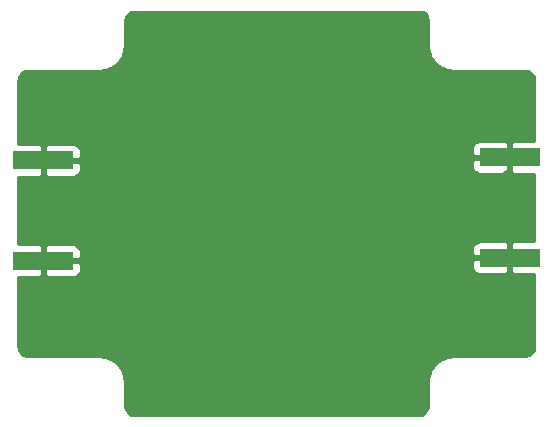
<source format=gbl>
G04 #@! TF.GenerationSoftware,KiCad,Pcbnew,(5.1.4)-1*
G04 #@! TF.CreationDate,2019-12-12T20:41:28+01:00*
G04 #@! TF.ProjectId,30mhzLP,33306d68-7a4c-4502-9e6b-696361645f70,rev?*
G04 #@! TF.SameCoordinates,Original*
G04 #@! TF.FileFunction,Copper,L2,Bot*
G04 #@! TF.FilePolarity,Positive*
%FSLAX46Y46*%
G04 Gerber Fmt 4.6, Leading zero omitted, Abs format (unit mm)*
G04 Created by KiCad (PCBNEW (5.1.4)-1) date 2019-12-12 20:41:28*
%MOMM*%
%LPD*%
G04 APERTURE LIST*
%ADD10R,5.080000X1.500000*%
%ADD11C,0.800000*%
%ADD12C,0.254000*%
G04 APERTURE END LIST*
D10*
X158250000Y-108000000D03*
X158250000Y-116500000D03*
X118750000Y-116750000D03*
X118750000Y-108250000D03*
D11*
X147000000Y-129000000D03*
X143000000Y-129000000D03*
X139000000Y-129000000D03*
X135000000Y-129000000D03*
X131000000Y-129000000D03*
X127000000Y-129000000D03*
X126000000Y-126000000D03*
X124000000Y-124000000D03*
X120000000Y-124000000D03*
X117000000Y-123000000D03*
X117000000Y-119000000D03*
X120000000Y-119000000D03*
X123000000Y-117000000D03*
X123000000Y-114000000D03*
X126000000Y-114000000D03*
X126000000Y-111000000D03*
X123000000Y-111000000D03*
X123000000Y-108000000D03*
X120000000Y-106000000D03*
X117000000Y-106000000D03*
X117000000Y-102000000D03*
X120000000Y-101000000D03*
X125000000Y-100500000D03*
X126000000Y-99000000D03*
X127000000Y-96000000D03*
X131000000Y-96000000D03*
X135000000Y-96000000D03*
X139000000Y-96000000D03*
X143000000Y-96000000D03*
X147000000Y-96000000D03*
X151000000Y-96000000D03*
X153750000Y-111000000D03*
X145000000Y-115500000D03*
X137250000Y-115500000D03*
X117000000Y-115000000D03*
X120000000Y-115000000D03*
X120000000Y-110000000D03*
X117000000Y-110000000D03*
X150250000Y-128500000D03*
X150500000Y-125500000D03*
X154000000Y-124000000D03*
X157500000Y-124000000D03*
X159750000Y-122500000D03*
X159750000Y-119000000D03*
X157250000Y-119000000D03*
X158000000Y-114750000D03*
X158000000Y-109500000D03*
X154000000Y-116500000D03*
X154250000Y-108000000D03*
X158000000Y-105750000D03*
D12*
G36*
X150662540Y-95679102D02*
G01*
X150818894Y-95726308D01*
X150963096Y-95802982D01*
X151089663Y-95906207D01*
X151193769Y-96032051D01*
X151271447Y-96175711D01*
X151319742Y-96331729D01*
X151340000Y-96524473D01*
X151340001Y-98532419D01*
X151342818Y-98561018D01*
X151342753Y-98570288D01*
X151343652Y-98579460D01*
X151374252Y-98870605D01*
X151386283Y-98929217D01*
X151397489Y-98987963D01*
X151400153Y-98996784D01*
X151486721Y-99276440D01*
X151509899Y-99331578D01*
X151532311Y-99387050D01*
X151536638Y-99395186D01*
X151675877Y-99652702D01*
X151709304Y-99702259D01*
X151742080Y-99752347D01*
X151747905Y-99759488D01*
X151934510Y-99985056D01*
X151976965Y-100027215D01*
X152018809Y-100069945D01*
X152025909Y-100075819D01*
X152252773Y-100260845D01*
X152302566Y-100293927D01*
X152351955Y-100327745D01*
X152360061Y-100332127D01*
X152618542Y-100469564D01*
X152673836Y-100492355D01*
X152728829Y-100515925D01*
X152737632Y-100518650D01*
X153017887Y-100603264D01*
X153076564Y-100614882D01*
X153135079Y-100627320D01*
X153144242Y-100628283D01*
X153144244Y-100628283D01*
X153435596Y-100656850D01*
X153435598Y-100656850D01*
X153467581Y-100660000D01*
X159467723Y-100660000D01*
X159662540Y-100679102D01*
X159818894Y-100726308D01*
X159963096Y-100802982D01*
X160089663Y-100906207D01*
X160193769Y-101032051D01*
X160271447Y-101175711D01*
X160319742Y-101331729D01*
X160340000Y-101524473D01*
X160340000Y-106612541D01*
X158535750Y-106615000D01*
X158377000Y-106773750D01*
X158377000Y-107873000D01*
X158397000Y-107873000D01*
X158397000Y-108127000D01*
X158377000Y-108127000D01*
X158377000Y-109226250D01*
X158535750Y-109385000D01*
X160340000Y-109387459D01*
X160340001Y-115112541D01*
X158535750Y-115115000D01*
X158377000Y-115273750D01*
X158377000Y-116373000D01*
X158397000Y-116373000D01*
X158397000Y-116627000D01*
X158377000Y-116627000D01*
X158377000Y-117726250D01*
X158535750Y-117885000D01*
X160340001Y-117887459D01*
X160340001Y-123967712D01*
X160320898Y-124162540D01*
X160273692Y-124318895D01*
X160197018Y-124463096D01*
X160093792Y-124589664D01*
X159967951Y-124693768D01*
X159824289Y-124771447D01*
X159668271Y-124819742D01*
X159475527Y-124840000D01*
X153467581Y-124840000D01*
X153438972Y-124842818D01*
X153429712Y-124842753D01*
X153420541Y-124843652D01*
X153129395Y-124874252D01*
X153070753Y-124886290D01*
X153012037Y-124897490D01*
X153003216Y-124900153D01*
X152723560Y-124986721D01*
X152668422Y-125009899D01*
X152612950Y-125032311D01*
X152604819Y-125036635D01*
X152604815Y-125036637D01*
X152604814Y-125036638D01*
X152347298Y-125175877D01*
X152297749Y-125209299D01*
X152247653Y-125242080D01*
X152240512Y-125247905D01*
X152014945Y-125434510D01*
X151972804Y-125476946D01*
X151930055Y-125518809D01*
X151924181Y-125525909D01*
X151739155Y-125752773D01*
X151706055Y-125802592D01*
X151672256Y-125851955D01*
X151667873Y-125860061D01*
X151530436Y-126118542D01*
X151507645Y-126173836D01*
X151484075Y-126228829D01*
X151481350Y-126237632D01*
X151396736Y-126517886D01*
X151385116Y-126576571D01*
X151372680Y-126635079D01*
X151371717Y-126644244D01*
X151343150Y-126935596D01*
X151343150Y-126935608D01*
X151340001Y-126967581D01*
X151340000Y-128967722D01*
X151320898Y-129162540D01*
X151273692Y-129318895D01*
X151197018Y-129463096D01*
X151093792Y-129589664D01*
X150967951Y-129693768D01*
X150824289Y-129771447D01*
X150668271Y-129819742D01*
X150475527Y-129840000D01*
X126532277Y-129840000D01*
X126337460Y-129820898D01*
X126181105Y-129773692D01*
X126036904Y-129697018D01*
X125910336Y-129593792D01*
X125806232Y-129467951D01*
X125728553Y-129324289D01*
X125680258Y-129168271D01*
X125660000Y-128975527D01*
X125660000Y-126967581D01*
X125657182Y-126938972D01*
X125657247Y-126929712D01*
X125656348Y-126920541D01*
X125625748Y-126629395D01*
X125613710Y-126570753D01*
X125602510Y-126512037D01*
X125599847Y-126503216D01*
X125513279Y-126223560D01*
X125490101Y-126168422D01*
X125467689Y-126112950D01*
X125463362Y-126104814D01*
X125324123Y-125847298D01*
X125290701Y-125797749D01*
X125257920Y-125747653D01*
X125252095Y-125740512D01*
X125065490Y-125514945D01*
X125023054Y-125472804D01*
X124981191Y-125430055D01*
X124974091Y-125424181D01*
X124747227Y-125239155D01*
X124697408Y-125206055D01*
X124648045Y-125172256D01*
X124639939Y-125167873D01*
X124381458Y-125030436D01*
X124326164Y-125007645D01*
X124271171Y-124984075D01*
X124262368Y-124981350D01*
X123982114Y-124896736D01*
X123923429Y-124885116D01*
X123864921Y-124872680D01*
X123855758Y-124871717D01*
X123855756Y-124871717D01*
X123564404Y-124843150D01*
X123564402Y-124843150D01*
X123532419Y-124840000D01*
X117532277Y-124840000D01*
X117337460Y-124820898D01*
X117181105Y-124773692D01*
X117036904Y-124697018D01*
X116910336Y-124593792D01*
X116806232Y-124467951D01*
X116728553Y-124324289D01*
X116680258Y-124168271D01*
X116660000Y-123975527D01*
X116660000Y-118137459D01*
X118464250Y-118135000D01*
X118623000Y-117976250D01*
X118623000Y-116877000D01*
X118877000Y-116877000D01*
X118877000Y-117976250D01*
X119035750Y-118135000D01*
X121290000Y-118138072D01*
X121414482Y-118125812D01*
X121534180Y-118089502D01*
X121644494Y-118030537D01*
X121741185Y-117951185D01*
X121820537Y-117854494D01*
X121879502Y-117744180D01*
X121915812Y-117624482D01*
X121928072Y-117500000D01*
X121926418Y-117250000D01*
X155071928Y-117250000D01*
X155084188Y-117374482D01*
X155120498Y-117494180D01*
X155179463Y-117604494D01*
X155258815Y-117701185D01*
X155355506Y-117780537D01*
X155465820Y-117839502D01*
X155585518Y-117875812D01*
X155710000Y-117888072D01*
X157964250Y-117885000D01*
X158123000Y-117726250D01*
X158123000Y-116627000D01*
X155233750Y-116627000D01*
X155075000Y-116785750D01*
X155071928Y-117250000D01*
X121926418Y-117250000D01*
X121925000Y-117035750D01*
X121766250Y-116877000D01*
X118877000Y-116877000D01*
X118623000Y-116877000D01*
X118603000Y-116877000D01*
X118603000Y-116623000D01*
X118623000Y-116623000D01*
X118623000Y-115523750D01*
X118877000Y-115523750D01*
X118877000Y-116623000D01*
X121766250Y-116623000D01*
X121925000Y-116464250D01*
X121928072Y-116000000D01*
X121915812Y-115875518D01*
X121879502Y-115755820D01*
X121876392Y-115750000D01*
X155071928Y-115750000D01*
X155075000Y-116214250D01*
X155233750Y-116373000D01*
X158123000Y-116373000D01*
X158123000Y-115273750D01*
X157964250Y-115115000D01*
X155710000Y-115111928D01*
X155585518Y-115124188D01*
X155465820Y-115160498D01*
X155355506Y-115219463D01*
X155258815Y-115298815D01*
X155179463Y-115395506D01*
X155120498Y-115505820D01*
X155084188Y-115625518D01*
X155071928Y-115750000D01*
X121876392Y-115750000D01*
X121820537Y-115645506D01*
X121741185Y-115548815D01*
X121644494Y-115469463D01*
X121534180Y-115410498D01*
X121414482Y-115374188D01*
X121290000Y-115361928D01*
X119035750Y-115365000D01*
X118877000Y-115523750D01*
X118623000Y-115523750D01*
X118464250Y-115365000D01*
X116660000Y-115362541D01*
X116660000Y-109637459D01*
X118464250Y-109635000D01*
X118623000Y-109476250D01*
X118623000Y-108377000D01*
X118877000Y-108377000D01*
X118877000Y-109476250D01*
X119035750Y-109635000D01*
X121290000Y-109638072D01*
X121414482Y-109625812D01*
X121534180Y-109589502D01*
X121644494Y-109530537D01*
X121741185Y-109451185D01*
X121820537Y-109354494D01*
X121879502Y-109244180D01*
X121915812Y-109124482D01*
X121928072Y-109000000D01*
X121926418Y-108750000D01*
X155071928Y-108750000D01*
X155084188Y-108874482D01*
X155120498Y-108994180D01*
X155179463Y-109104494D01*
X155258815Y-109201185D01*
X155355506Y-109280537D01*
X155465820Y-109339502D01*
X155585518Y-109375812D01*
X155710000Y-109388072D01*
X157964250Y-109385000D01*
X158123000Y-109226250D01*
X158123000Y-108127000D01*
X155233750Y-108127000D01*
X155075000Y-108285750D01*
X155071928Y-108750000D01*
X121926418Y-108750000D01*
X121925000Y-108535750D01*
X121766250Y-108377000D01*
X118877000Y-108377000D01*
X118623000Y-108377000D01*
X118603000Y-108377000D01*
X118603000Y-108123000D01*
X118623000Y-108123000D01*
X118623000Y-107023750D01*
X118877000Y-107023750D01*
X118877000Y-108123000D01*
X121766250Y-108123000D01*
X121925000Y-107964250D01*
X121928072Y-107500000D01*
X121915812Y-107375518D01*
X121879502Y-107255820D01*
X121876392Y-107250000D01*
X155071928Y-107250000D01*
X155075000Y-107714250D01*
X155233750Y-107873000D01*
X158123000Y-107873000D01*
X158123000Y-106773750D01*
X157964250Y-106615000D01*
X155710000Y-106611928D01*
X155585518Y-106624188D01*
X155465820Y-106660498D01*
X155355506Y-106719463D01*
X155258815Y-106798815D01*
X155179463Y-106895506D01*
X155120498Y-107005820D01*
X155084188Y-107125518D01*
X155071928Y-107250000D01*
X121876392Y-107250000D01*
X121820537Y-107145506D01*
X121741185Y-107048815D01*
X121644494Y-106969463D01*
X121534180Y-106910498D01*
X121414482Y-106874188D01*
X121290000Y-106861928D01*
X119035750Y-106865000D01*
X118877000Y-107023750D01*
X118623000Y-107023750D01*
X118464250Y-106865000D01*
X116660000Y-106862541D01*
X116660000Y-101532277D01*
X116679102Y-101337460D01*
X116726308Y-101181106D01*
X116802982Y-101036904D01*
X116906207Y-100910337D01*
X117032051Y-100806231D01*
X117175711Y-100728553D01*
X117331729Y-100680258D01*
X117524473Y-100660000D01*
X123532419Y-100660000D01*
X123561028Y-100657182D01*
X123570288Y-100657247D01*
X123579460Y-100656348D01*
X123870605Y-100625748D01*
X123929217Y-100613717D01*
X123987963Y-100602511D01*
X123996784Y-100599847D01*
X124276440Y-100513279D01*
X124331578Y-100490101D01*
X124387050Y-100467689D01*
X124395181Y-100463365D01*
X124395185Y-100463363D01*
X124395188Y-100463361D01*
X124652702Y-100324123D01*
X124702259Y-100290696D01*
X124752347Y-100257920D01*
X124759488Y-100252095D01*
X124985056Y-100065490D01*
X125027215Y-100023035D01*
X125069945Y-99981191D01*
X125075819Y-99974091D01*
X125260845Y-99747227D01*
X125293927Y-99697434D01*
X125327745Y-99648045D01*
X125332127Y-99639939D01*
X125469564Y-99381458D01*
X125492355Y-99326164D01*
X125515925Y-99271171D01*
X125518650Y-99262368D01*
X125603264Y-98982113D01*
X125614882Y-98923436D01*
X125627320Y-98864921D01*
X125628283Y-98855756D01*
X125656850Y-98564404D01*
X125656850Y-98564402D01*
X125660000Y-98532419D01*
X125660000Y-96532277D01*
X125679102Y-96337460D01*
X125726308Y-96181106D01*
X125802982Y-96036904D01*
X125906207Y-95910337D01*
X126032051Y-95806231D01*
X126175711Y-95728553D01*
X126331729Y-95680258D01*
X126524473Y-95660000D01*
X150467723Y-95660000D01*
X150662540Y-95679102D01*
X150662540Y-95679102D01*
G37*
X150662540Y-95679102D02*
X150818894Y-95726308D01*
X150963096Y-95802982D01*
X151089663Y-95906207D01*
X151193769Y-96032051D01*
X151271447Y-96175711D01*
X151319742Y-96331729D01*
X151340000Y-96524473D01*
X151340001Y-98532419D01*
X151342818Y-98561018D01*
X151342753Y-98570288D01*
X151343652Y-98579460D01*
X151374252Y-98870605D01*
X151386283Y-98929217D01*
X151397489Y-98987963D01*
X151400153Y-98996784D01*
X151486721Y-99276440D01*
X151509899Y-99331578D01*
X151532311Y-99387050D01*
X151536638Y-99395186D01*
X151675877Y-99652702D01*
X151709304Y-99702259D01*
X151742080Y-99752347D01*
X151747905Y-99759488D01*
X151934510Y-99985056D01*
X151976965Y-100027215D01*
X152018809Y-100069945D01*
X152025909Y-100075819D01*
X152252773Y-100260845D01*
X152302566Y-100293927D01*
X152351955Y-100327745D01*
X152360061Y-100332127D01*
X152618542Y-100469564D01*
X152673836Y-100492355D01*
X152728829Y-100515925D01*
X152737632Y-100518650D01*
X153017887Y-100603264D01*
X153076564Y-100614882D01*
X153135079Y-100627320D01*
X153144242Y-100628283D01*
X153144244Y-100628283D01*
X153435596Y-100656850D01*
X153435598Y-100656850D01*
X153467581Y-100660000D01*
X159467723Y-100660000D01*
X159662540Y-100679102D01*
X159818894Y-100726308D01*
X159963096Y-100802982D01*
X160089663Y-100906207D01*
X160193769Y-101032051D01*
X160271447Y-101175711D01*
X160319742Y-101331729D01*
X160340000Y-101524473D01*
X160340000Y-106612541D01*
X158535750Y-106615000D01*
X158377000Y-106773750D01*
X158377000Y-107873000D01*
X158397000Y-107873000D01*
X158397000Y-108127000D01*
X158377000Y-108127000D01*
X158377000Y-109226250D01*
X158535750Y-109385000D01*
X160340000Y-109387459D01*
X160340001Y-115112541D01*
X158535750Y-115115000D01*
X158377000Y-115273750D01*
X158377000Y-116373000D01*
X158397000Y-116373000D01*
X158397000Y-116627000D01*
X158377000Y-116627000D01*
X158377000Y-117726250D01*
X158535750Y-117885000D01*
X160340001Y-117887459D01*
X160340001Y-123967712D01*
X160320898Y-124162540D01*
X160273692Y-124318895D01*
X160197018Y-124463096D01*
X160093792Y-124589664D01*
X159967951Y-124693768D01*
X159824289Y-124771447D01*
X159668271Y-124819742D01*
X159475527Y-124840000D01*
X153467581Y-124840000D01*
X153438972Y-124842818D01*
X153429712Y-124842753D01*
X153420541Y-124843652D01*
X153129395Y-124874252D01*
X153070753Y-124886290D01*
X153012037Y-124897490D01*
X153003216Y-124900153D01*
X152723560Y-124986721D01*
X152668422Y-125009899D01*
X152612950Y-125032311D01*
X152604819Y-125036635D01*
X152604815Y-125036637D01*
X152604814Y-125036638D01*
X152347298Y-125175877D01*
X152297749Y-125209299D01*
X152247653Y-125242080D01*
X152240512Y-125247905D01*
X152014945Y-125434510D01*
X151972804Y-125476946D01*
X151930055Y-125518809D01*
X151924181Y-125525909D01*
X151739155Y-125752773D01*
X151706055Y-125802592D01*
X151672256Y-125851955D01*
X151667873Y-125860061D01*
X151530436Y-126118542D01*
X151507645Y-126173836D01*
X151484075Y-126228829D01*
X151481350Y-126237632D01*
X151396736Y-126517886D01*
X151385116Y-126576571D01*
X151372680Y-126635079D01*
X151371717Y-126644244D01*
X151343150Y-126935596D01*
X151343150Y-126935608D01*
X151340001Y-126967581D01*
X151340000Y-128967722D01*
X151320898Y-129162540D01*
X151273692Y-129318895D01*
X151197018Y-129463096D01*
X151093792Y-129589664D01*
X150967951Y-129693768D01*
X150824289Y-129771447D01*
X150668271Y-129819742D01*
X150475527Y-129840000D01*
X126532277Y-129840000D01*
X126337460Y-129820898D01*
X126181105Y-129773692D01*
X126036904Y-129697018D01*
X125910336Y-129593792D01*
X125806232Y-129467951D01*
X125728553Y-129324289D01*
X125680258Y-129168271D01*
X125660000Y-128975527D01*
X125660000Y-126967581D01*
X125657182Y-126938972D01*
X125657247Y-126929712D01*
X125656348Y-126920541D01*
X125625748Y-126629395D01*
X125613710Y-126570753D01*
X125602510Y-126512037D01*
X125599847Y-126503216D01*
X125513279Y-126223560D01*
X125490101Y-126168422D01*
X125467689Y-126112950D01*
X125463362Y-126104814D01*
X125324123Y-125847298D01*
X125290701Y-125797749D01*
X125257920Y-125747653D01*
X125252095Y-125740512D01*
X125065490Y-125514945D01*
X125023054Y-125472804D01*
X124981191Y-125430055D01*
X124974091Y-125424181D01*
X124747227Y-125239155D01*
X124697408Y-125206055D01*
X124648045Y-125172256D01*
X124639939Y-125167873D01*
X124381458Y-125030436D01*
X124326164Y-125007645D01*
X124271171Y-124984075D01*
X124262368Y-124981350D01*
X123982114Y-124896736D01*
X123923429Y-124885116D01*
X123864921Y-124872680D01*
X123855758Y-124871717D01*
X123855756Y-124871717D01*
X123564404Y-124843150D01*
X123564402Y-124843150D01*
X123532419Y-124840000D01*
X117532277Y-124840000D01*
X117337460Y-124820898D01*
X117181105Y-124773692D01*
X117036904Y-124697018D01*
X116910336Y-124593792D01*
X116806232Y-124467951D01*
X116728553Y-124324289D01*
X116680258Y-124168271D01*
X116660000Y-123975527D01*
X116660000Y-118137459D01*
X118464250Y-118135000D01*
X118623000Y-117976250D01*
X118623000Y-116877000D01*
X118877000Y-116877000D01*
X118877000Y-117976250D01*
X119035750Y-118135000D01*
X121290000Y-118138072D01*
X121414482Y-118125812D01*
X121534180Y-118089502D01*
X121644494Y-118030537D01*
X121741185Y-117951185D01*
X121820537Y-117854494D01*
X121879502Y-117744180D01*
X121915812Y-117624482D01*
X121928072Y-117500000D01*
X121926418Y-117250000D01*
X155071928Y-117250000D01*
X155084188Y-117374482D01*
X155120498Y-117494180D01*
X155179463Y-117604494D01*
X155258815Y-117701185D01*
X155355506Y-117780537D01*
X155465820Y-117839502D01*
X155585518Y-117875812D01*
X155710000Y-117888072D01*
X157964250Y-117885000D01*
X158123000Y-117726250D01*
X158123000Y-116627000D01*
X155233750Y-116627000D01*
X155075000Y-116785750D01*
X155071928Y-117250000D01*
X121926418Y-117250000D01*
X121925000Y-117035750D01*
X121766250Y-116877000D01*
X118877000Y-116877000D01*
X118623000Y-116877000D01*
X118603000Y-116877000D01*
X118603000Y-116623000D01*
X118623000Y-116623000D01*
X118623000Y-115523750D01*
X118877000Y-115523750D01*
X118877000Y-116623000D01*
X121766250Y-116623000D01*
X121925000Y-116464250D01*
X121928072Y-116000000D01*
X121915812Y-115875518D01*
X121879502Y-115755820D01*
X121876392Y-115750000D01*
X155071928Y-115750000D01*
X155075000Y-116214250D01*
X155233750Y-116373000D01*
X158123000Y-116373000D01*
X158123000Y-115273750D01*
X157964250Y-115115000D01*
X155710000Y-115111928D01*
X155585518Y-115124188D01*
X155465820Y-115160498D01*
X155355506Y-115219463D01*
X155258815Y-115298815D01*
X155179463Y-115395506D01*
X155120498Y-115505820D01*
X155084188Y-115625518D01*
X155071928Y-115750000D01*
X121876392Y-115750000D01*
X121820537Y-115645506D01*
X121741185Y-115548815D01*
X121644494Y-115469463D01*
X121534180Y-115410498D01*
X121414482Y-115374188D01*
X121290000Y-115361928D01*
X119035750Y-115365000D01*
X118877000Y-115523750D01*
X118623000Y-115523750D01*
X118464250Y-115365000D01*
X116660000Y-115362541D01*
X116660000Y-109637459D01*
X118464250Y-109635000D01*
X118623000Y-109476250D01*
X118623000Y-108377000D01*
X118877000Y-108377000D01*
X118877000Y-109476250D01*
X119035750Y-109635000D01*
X121290000Y-109638072D01*
X121414482Y-109625812D01*
X121534180Y-109589502D01*
X121644494Y-109530537D01*
X121741185Y-109451185D01*
X121820537Y-109354494D01*
X121879502Y-109244180D01*
X121915812Y-109124482D01*
X121928072Y-109000000D01*
X121926418Y-108750000D01*
X155071928Y-108750000D01*
X155084188Y-108874482D01*
X155120498Y-108994180D01*
X155179463Y-109104494D01*
X155258815Y-109201185D01*
X155355506Y-109280537D01*
X155465820Y-109339502D01*
X155585518Y-109375812D01*
X155710000Y-109388072D01*
X157964250Y-109385000D01*
X158123000Y-109226250D01*
X158123000Y-108127000D01*
X155233750Y-108127000D01*
X155075000Y-108285750D01*
X155071928Y-108750000D01*
X121926418Y-108750000D01*
X121925000Y-108535750D01*
X121766250Y-108377000D01*
X118877000Y-108377000D01*
X118623000Y-108377000D01*
X118603000Y-108377000D01*
X118603000Y-108123000D01*
X118623000Y-108123000D01*
X118623000Y-107023750D01*
X118877000Y-107023750D01*
X118877000Y-108123000D01*
X121766250Y-108123000D01*
X121925000Y-107964250D01*
X121928072Y-107500000D01*
X121915812Y-107375518D01*
X121879502Y-107255820D01*
X121876392Y-107250000D01*
X155071928Y-107250000D01*
X155075000Y-107714250D01*
X155233750Y-107873000D01*
X158123000Y-107873000D01*
X158123000Y-106773750D01*
X157964250Y-106615000D01*
X155710000Y-106611928D01*
X155585518Y-106624188D01*
X155465820Y-106660498D01*
X155355506Y-106719463D01*
X155258815Y-106798815D01*
X155179463Y-106895506D01*
X155120498Y-107005820D01*
X155084188Y-107125518D01*
X155071928Y-107250000D01*
X121876392Y-107250000D01*
X121820537Y-107145506D01*
X121741185Y-107048815D01*
X121644494Y-106969463D01*
X121534180Y-106910498D01*
X121414482Y-106874188D01*
X121290000Y-106861928D01*
X119035750Y-106865000D01*
X118877000Y-107023750D01*
X118623000Y-107023750D01*
X118464250Y-106865000D01*
X116660000Y-106862541D01*
X116660000Y-101532277D01*
X116679102Y-101337460D01*
X116726308Y-101181106D01*
X116802982Y-101036904D01*
X116906207Y-100910337D01*
X117032051Y-100806231D01*
X117175711Y-100728553D01*
X117331729Y-100680258D01*
X117524473Y-100660000D01*
X123532419Y-100660000D01*
X123561028Y-100657182D01*
X123570288Y-100657247D01*
X123579460Y-100656348D01*
X123870605Y-100625748D01*
X123929217Y-100613717D01*
X123987963Y-100602511D01*
X123996784Y-100599847D01*
X124276440Y-100513279D01*
X124331578Y-100490101D01*
X124387050Y-100467689D01*
X124395181Y-100463365D01*
X124395185Y-100463363D01*
X124395188Y-100463361D01*
X124652702Y-100324123D01*
X124702259Y-100290696D01*
X124752347Y-100257920D01*
X124759488Y-100252095D01*
X124985056Y-100065490D01*
X125027215Y-100023035D01*
X125069945Y-99981191D01*
X125075819Y-99974091D01*
X125260845Y-99747227D01*
X125293927Y-99697434D01*
X125327745Y-99648045D01*
X125332127Y-99639939D01*
X125469564Y-99381458D01*
X125492355Y-99326164D01*
X125515925Y-99271171D01*
X125518650Y-99262368D01*
X125603264Y-98982113D01*
X125614882Y-98923436D01*
X125627320Y-98864921D01*
X125628283Y-98855756D01*
X125656850Y-98564404D01*
X125656850Y-98564402D01*
X125660000Y-98532419D01*
X125660000Y-96532277D01*
X125679102Y-96337460D01*
X125726308Y-96181106D01*
X125802982Y-96036904D01*
X125906207Y-95910337D01*
X126032051Y-95806231D01*
X126175711Y-95728553D01*
X126331729Y-95680258D01*
X126524473Y-95660000D01*
X150467723Y-95660000D01*
X150662540Y-95679102D01*
M02*

</source>
